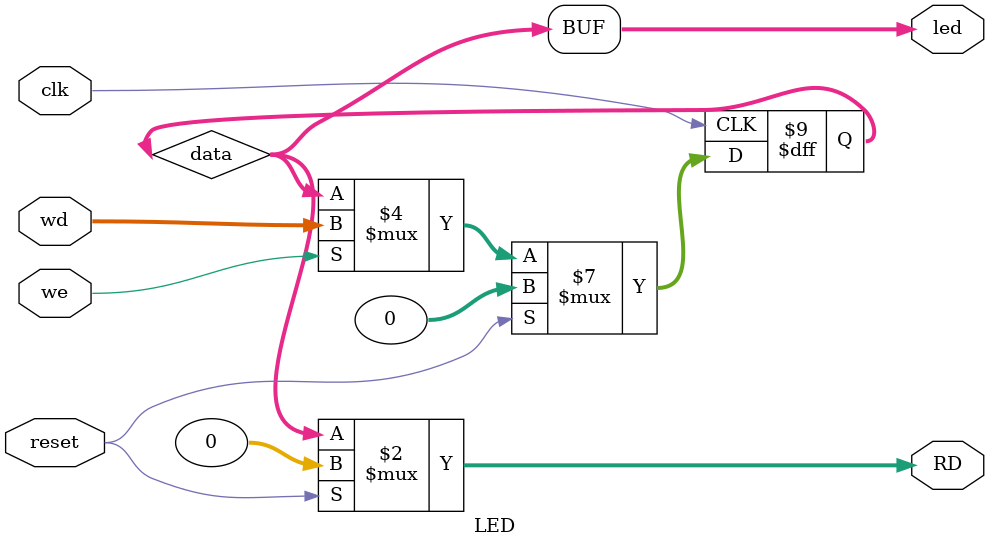
<source format=v>
/*
 * name: LED
 * author: btapple
 * description: 32bit-LED
 */
`ifndef __LED_V__
`define __LED_V__
`include "../macro.vh"
`timescale 1ns / 1ps
module LED(
    input clk,
    input reset,
    input we,
    input [31:0] wd,
    output [31:0] RD,
    output [31:0] led
);
    reg [31:0] data;

    assign RD = (reset==1'b1)?0:
                data;
    
    assign led = data;

    always @(posedge clk)
    begin
        if(reset)
            data<=0;
        else if(we)
            data<=wd;
    end
endmodule // LED
`endif
</source>
